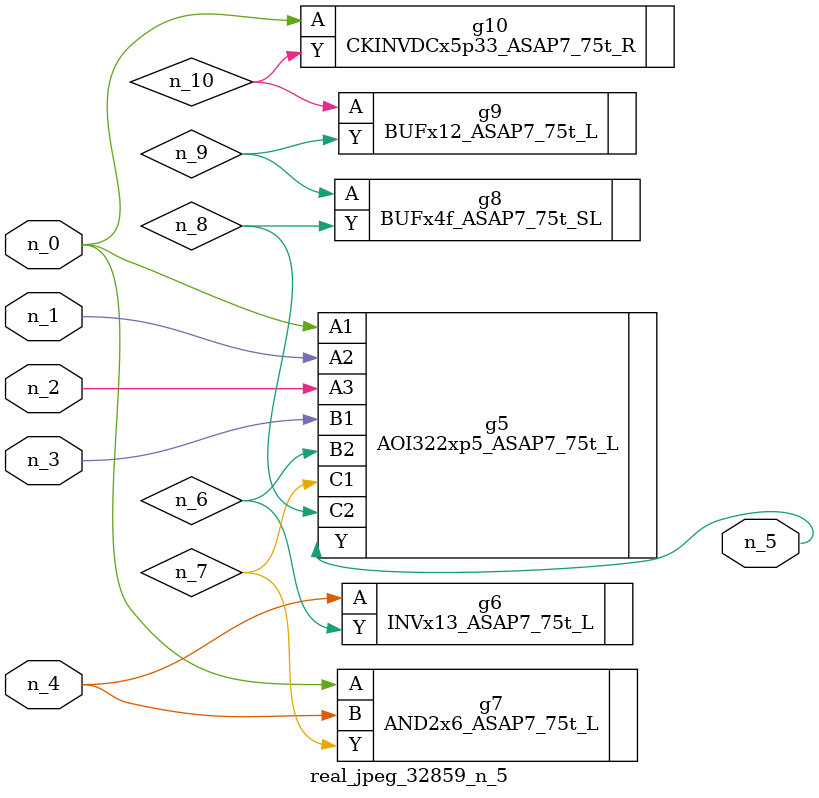
<source format=v>
module real_jpeg_32859_n_5 (n_4, n_0, n_1, n_2, n_3, n_5);

input n_4;
input n_0;
input n_1;
input n_2;
input n_3;

output n_5;

wire n_8;
wire n_6;
wire n_7;
wire n_10;
wire n_9;

AOI322xp5_ASAP7_75t_L g5 ( 
.A1(n_0),
.A2(n_1),
.A3(n_2),
.B1(n_3),
.B2(n_6),
.C1(n_7),
.C2(n_8),
.Y(n_5)
);

AND2x6_ASAP7_75t_L g7 ( 
.A(n_0),
.B(n_4),
.Y(n_7)
);

CKINVDCx5p33_ASAP7_75t_R g10 ( 
.A(n_0),
.Y(n_10)
);

INVx13_ASAP7_75t_L g6 ( 
.A(n_4),
.Y(n_6)
);

BUFx4f_ASAP7_75t_SL g8 ( 
.A(n_9),
.Y(n_8)
);

BUFx12_ASAP7_75t_L g9 ( 
.A(n_10),
.Y(n_9)
);


endmodule
</source>
